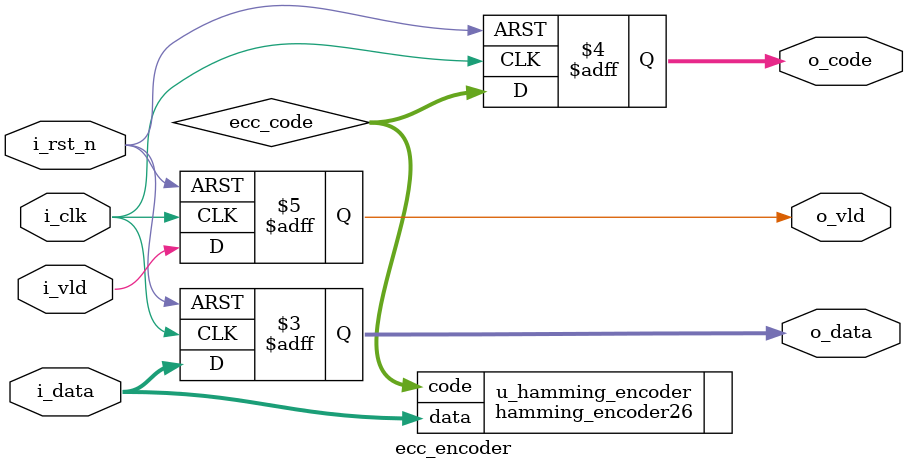
<source format=v>


/***
file: ecc_encoder.v
author: zfy
version: v20
description: ecc encoder  

***/

module ecc_encoder #(
    parameter DATA_W = 32,
    parameter CODE_W = 6
)
(
    input i_clk,
    input i_rst_n,

    input wire [DATA_W-1:0] i_data,
    input wire i_vld,

    output reg [DATA_W-1:0] o_data,
    output reg [CODE_W-1:0] o_code,
    output reg o_vld

);

// declare
    wire [CODE_W-1:0] ecc_code;



//instantiate hamming encoder32
    hamming_encoder26  u_hamming_encoder (
        .data                    ( i_data           ),

        .code                    (  ecc_code          )
    );


//output
    always @(posedge i_clk or negedge i_rst_n) begin
        if( !i_rst_n ) begin
            o_data <= 'b0;
            o_code  <= 'b0;
            o_vld   <= 'b0;
        end
        else begin
            o_data <= i_data;
            o_code  <= ecc_code;
            o_vld   <= i_vld;
        end
    end

endmodule
</source>
